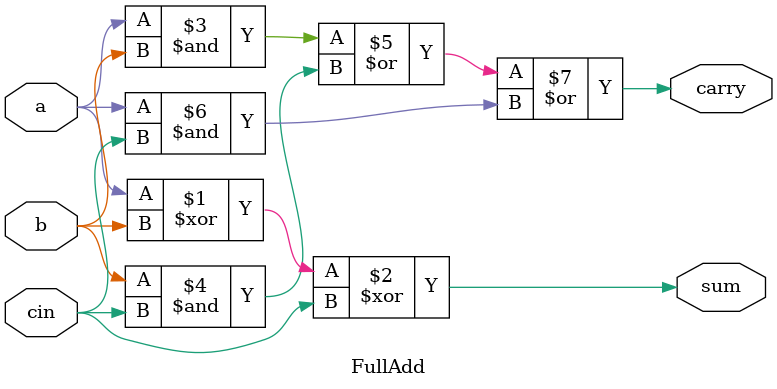
<source format=v>
module FullAdd (
    input  wire a, b, cin,   // Inputs
    output wire sum, carry   // Outputs
);

    // Logic equations
    assign sum   = a ^ b ^ cin;                  // XOR for sum
    assign carry = (a & b) | (b & cin) | (a & cin); // Majority function for carry

endmodule



</source>
